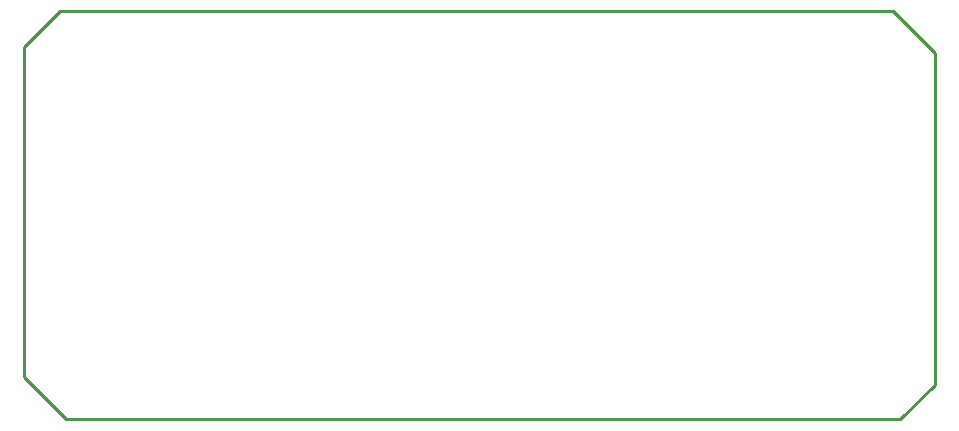
<source format=gm1>
G04*
G04 #@! TF.GenerationSoftware,Altium Limited,Altium Designer,23.4.1 (23)*
G04*
G04 Layer_Color=16711935*
%FSLAX44Y44*%
%MOMM*%
G71*
G04*
G04 #@! TF.SameCoordinates,25470DFE-9127-4010-A817-713BFABC8644*
G04*
G04*
G04 #@! TF.FilePolarity,Positive*
G04*
G01*
G75*
%ADD14C,0.2540*%
D14*
X256540Y871220D02*
X287020Y901700D01*
X256540Y591820D02*
Y871220D01*
Y591820D02*
X292100Y556260D01*
X998220D01*
X1027430Y585470D01*
Y866140D01*
X991870Y901700D02*
X1027430Y866140D01*
X287020Y901700D02*
X991870D01*
M02*

</source>
